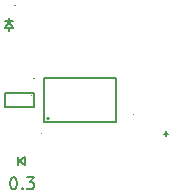
<source format=gto>
%TF.GenerationSoftware,KiCad,Pcbnew,9.0.0*%
%TF.CreationDate,2025-04-22T13:44:47+01:00*%
%TF.ProjectId,vm_rgb_led_0.3,766d5f72-6762-45f6-9c65-645f302e332e,v0.3*%
%TF.SameCoordinates,PX518a060PY47868c0*%
%TF.FileFunction,Legend,Top*%
%TF.FilePolarity,Positive*%
%FSLAX45Y45*%
G04 Gerber Fmt 4.5, Leading zero omitted, Abs format (unit mm)*
G04 Created by KiCad (PCBNEW 9.0.0) date 2025-04-22 13:44:47*
%MOMM*%
%LPD*%
G01*
G04 APERTURE LIST*
%ADD10C,0.200000*%
%ADD11C,0.150000*%
%ADD12C,0.075000*%
G04 APERTURE END LIST*
D10*
X-613985Y-656722D02*
X-604461Y-656722D01*
X-604461Y-656722D02*
X-594938Y-661484D01*
X-594938Y-661484D02*
X-590176Y-666246D01*
X-590176Y-666246D02*
X-585414Y-675770D01*
X-585414Y-675770D02*
X-580652Y-694817D01*
X-580652Y-694817D02*
X-580652Y-718627D01*
X-580652Y-718627D02*
X-585414Y-737674D01*
X-585414Y-737674D02*
X-590176Y-747198D01*
X-590176Y-747198D02*
X-594938Y-751960D01*
X-594938Y-751960D02*
X-604461Y-756722D01*
X-604461Y-756722D02*
X-613985Y-756722D01*
X-613985Y-756722D02*
X-623509Y-751960D01*
X-623509Y-751960D02*
X-628271Y-747198D01*
X-628271Y-747198D02*
X-633033Y-737674D01*
X-633033Y-737674D02*
X-637795Y-718627D01*
X-637795Y-718627D02*
X-637795Y-694817D01*
X-637795Y-694817D02*
X-633033Y-675770D01*
X-633033Y-675770D02*
X-628271Y-666246D01*
X-628271Y-666246D02*
X-623509Y-661484D01*
X-623509Y-661484D02*
X-613985Y-656722D01*
X-537795Y-747198D02*
X-533033Y-751960D01*
X-533033Y-751960D02*
X-537795Y-756722D01*
X-537795Y-756722D02*
X-542557Y-751960D01*
X-542557Y-751960D02*
X-537795Y-747198D01*
X-537795Y-747198D02*
X-537795Y-756722D01*
X-499699Y-656722D02*
X-437795Y-656722D01*
X-437795Y-656722D02*
X-471128Y-694817D01*
X-471128Y-694817D02*
X-456842Y-694817D01*
X-456842Y-694817D02*
X-447318Y-699579D01*
X-447318Y-699579D02*
X-442557Y-704341D01*
X-442557Y-704341D02*
X-437795Y-713865D01*
X-437795Y-713865D02*
X-437795Y-737674D01*
X-437795Y-737674D02*
X-442557Y-747198D01*
X-442557Y-747198D02*
X-447318Y-751960D01*
X-447318Y-751960D02*
X-456842Y-756722D01*
X-456842Y-756722D02*
X-485414Y-756722D01*
X-485414Y-756722D02*
X-494937Y-751960D01*
X-494937Y-751960D02*
X-499699Y-747198D01*
%TO.C,U2*%
D11*
X-437500Y-57500D02*
X-682500Y-57500D01*
X-682500Y57500D01*
X-437500Y57500D01*
X-437500Y-57500D01*
D12*
X-453750Y37500D02*
G75*
G02*
X-461250Y37500I-3750J0D01*
G01*
X-461250Y37500D02*
G75*
G02*
X-453750Y37500I3750J0D01*
G01*
X-433750Y182500D02*
G75*
G02*
X-441250Y182500I-3750J0D01*
G01*
X-441250Y182500D02*
G75*
G02*
X-433750Y182500I3750J0D01*
G01*
D11*
%TO.C,D1*%
X-570000Y-552500D02*
X-570000Y-487500D01*
X-565000Y-520000D02*
X-510000Y-487500D01*
X-565000Y-520000D02*
X-510000Y-552500D01*
X-510000Y-552500D02*
X-510000Y-487500D01*
D12*
X-653750Y-467500D02*
G75*
G02*
X-661250Y-467500I-3750J0D01*
G01*
X-661250Y-467500D02*
G75*
G02*
X-653750Y-467500I3750J0D01*
G01*
%TO.C,U1*%
D11*
X-350500Y187500D02*
X254500Y187500D01*
X254500Y-187500D01*
X-350500Y-187500D01*
X-350500Y187500D01*
D12*
X-369250Y-287500D02*
G75*
G02*
X-376750Y-287500I-3750J0D01*
G01*
X-376750Y-287500D02*
G75*
G02*
X-369250Y-287500I3750J0D01*
G01*
D11*
X-313000Y-157500D02*
G75*
G02*
X-328000Y-157500I-7500J0D01*
G01*
X-328000Y-157500D02*
G75*
G02*
X-313000Y-157500I7500J0D01*
G01*
%TO.C,D2*%
X-682500Y667500D02*
X-617500Y667500D01*
X-682500Y607500D02*
X-617500Y607500D01*
X-650000Y695000D02*
X-650000Y665000D01*
X-650000Y662500D02*
X-682500Y607500D01*
X-650000Y662500D02*
X-617500Y607500D01*
X-650000Y607500D02*
X-650000Y585000D01*
D12*
X-596250Y800000D02*
G75*
G02*
X-603750Y800000I-3750J0D01*
G01*
X-603750Y800000D02*
G75*
G02*
X-596250Y800000I3750J0D01*
G01*
D11*
%TO.C,D3*%
X663750Y-286250D02*
X701250Y-286250D01*
X682500Y-267500D02*
X682500Y-305000D01*
D12*
X411250Y-127500D02*
G75*
G02*
X403750Y-127500I-3750J0D01*
G01*
X403750Y-127500D02*
G75*
G02*
X411250Y-127500I3750J0D01*
G01*
%TD*%
M02*

</source>
